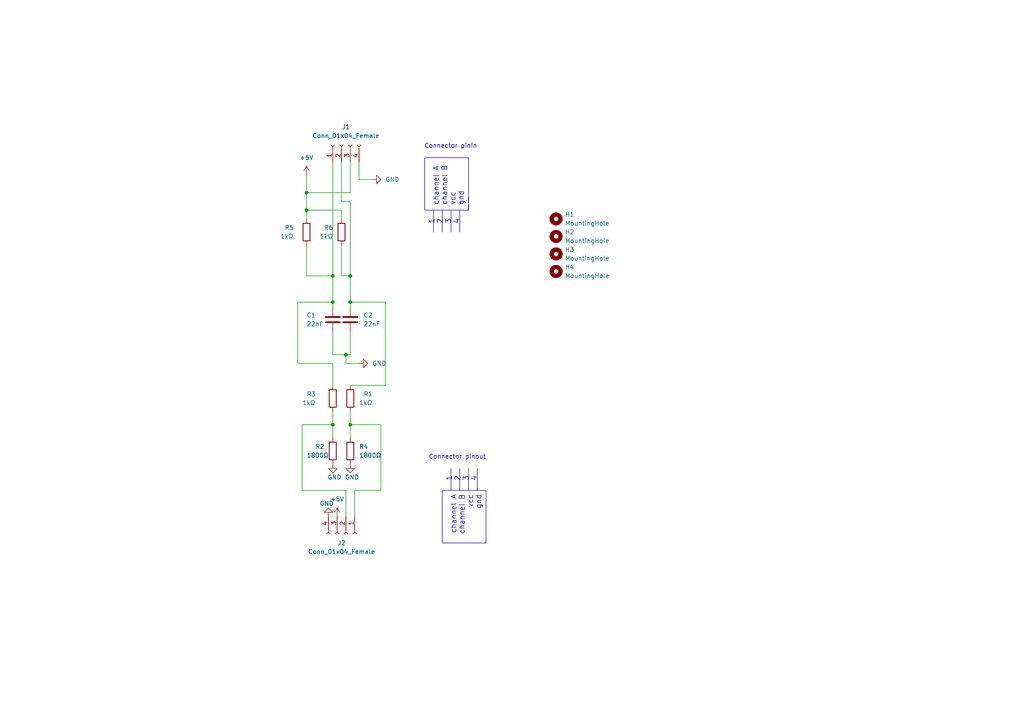
<source format=kicad_sch>
(kicad_sch (version 20211123) (generator eeschema)
  (paper "A4")
  (lib_symbols
    (symbol "Connector:Conn_01x04_Female" (pin_names (offset 1.016) hide)
      (property "Reference" "J" (at 0 5.08 0))
      (property "Value" "Conn_01x04_Female" (at 0 -7.62 0))
      (symbol "Conn_01x04_Female_1_1"
        (arc (start 0 -4.572) (mid -0.508 -5.08) (end 0 -5.588) (stroke (width 0.1524)))
        (arc (start 0 -2.032) (mid -0.508 -2.54) (end 0 -3.048) (stroke (width 0.1524)))
        (polyline (pts (xy -1.27 -5.08) (xy -0.508 -5.08)) (stroke (width 0.1524)))
        (polyline (pts (xy -1.27 -2.54) (xy -0.508 -2.54)) (stroke (width 0.1524)))
        (polyline (pts (xy -1.27 0) (xy -0.508 0)) (stroke (width 0.1524)))
        (polyline (pts (xy -1.27 2.54) (xy -0.508 2.54)) (stroke (width 0.1524)))
        (arc (start 0 0.508) (mid -0.508 0) (end 0 -0.508) (stroke (width 0.1524)))
        (arc (start 0 3.048) (mid -0.508 2.54) (end 0 2.032) (stroke (width 0.1524)))
        (pin passive line (at -5.08 2.54 0) (length 3.81) (name "Pin_1") (number "1"))
        (pin passive line (at -5.08 0 0) (length 3.81) (name "Pin_2") (number "2"))
        (pin passive line (at -5.08 -2.54 0) (length 3.81) (name "Pin_3") (number "3"))
        (pin passive line (at -5.08 -5.08 0) (length 3.81) (name "Pin_4") (number "4"))
      )
    )
    (symbol "Device:C" (pin_numbers hide) (pin_names (offset 0.254))
      (property "Reference" "C" (at 0.635 2.54 0))
      (property "Value" "C" (at 0.635 -2.54 0))
      (symbol "C_0_1"
        (polyline (pts (xy -2.032 -0.762) (xy 2.032 -0.762)) (stroke (width 0.508)))
        (polyline (pts (xy -2.032 0.762) (xy 2.032 0.762)) (stroke (width 0.508)))
      )
      (symbol "C_1_1"
        (pin passive line (at 0 3.81 270) (length 2.794) (name "~") (number "1"))
        (pin passive line (at 0 -3.81 90) (length 2.794) (name "~") (number "2"))
      )
    )
    (symbol "Device:R" (pin_numbers hide) (pin_names (offset 0))
      (property "Reference" "R" (at 2.032 0 90))
      (property "Value" "R" (at 0 0 90))
      (symbol "R_0_1"
        (rectangle (start -1.016 -2.54) (end 1.016 2.54) (stroke (width 0.254)))
      )
      (symbol "R_1_1"
        (pin passive line (at 0 3.81 270) (length 1.27) (name "~") (number "1"))
        (pin passive line (at 0 -3.81 90) (length 1.27) (name "~") (number "2"))
      )
    )
    (symbol "Mechanical:MountingHole" (pin_names (offset 1.016))
      (property "Reference" "H" (at 0 5.08 0))
      (property "Value" "MountingHole" (at 0 3.175 0))
      (symbol "MountingHole_0_1"
        (circle (center 0 0) (radius 1.27) (stroke (width 1.27)))
      )
    )
    (symbol "power:+5V" (power) (pin_names (offset 0))
      (property "Value" "+5V" (at 0 3.556 0))
      (symbol "+5V_0_1"
        (polyline (pts (xy -0.762 1.27) (xy 0 2.54)))
        (polyline (pts (xy 0 0) (xy 0 2.54)))
        (polyline (pts (xy 0 2.54) (xy 0.762 1.27)))
      )
      (symbol "+5V_1_1"
        (pin power_in line (at 0 0 90) (length 0) hide (name "+5V") (number "1"))
      )
    )
    (symbol "power:GND" (power) (pin_names (offset 0))
      (property "Value" "GND" (at 0 -3.81 0))
      (symbol "GND_0_1"
        (polyline (pts (xy 0 0) (xy 0 -1.27) (xy 1.27 -1.27) (xy 0 -2.54) (xy -1.27 -1.27) (xy 0 -1.27)))
      )
      (symbol "GND_1_1"
        (pin power_in line (at 0 0 270) (length 0) hide (name "GND") (number "1"))
      )
    )
  )
  (junction (at 96.52 80.01))
  (junction (at 100.33 102.87))
  (junction (at 101.6 80.01))
  (junction (at 88.9 60.96))
  (junction (at 101.6 123.19))
  (junction (at 88.9 55.88))
  (junction (at 96.52 87.63))
  (junction (at 96.52 123.19))
  (junction (at 101.6 87.63))
  (wire (pts (xy 96.52 123.19) (xy 87.63 123.19)))
  (polyline (pts (xy 135.89 45.72) (xy 123.19 45.72)) (stroke (width 0) (type solid)))
  (polyline (pts (xy 133.35 142.24) (xy 133.35 135.89)) (stroke (width 0) (type solid)))
  (wire (pts (xy 88.9 80.01) (xy 96.52 80.01)))
  (wire (pts (xy 100.33 102.87) (xy 100.33 105.41)))
  (wire (pts (xy 102.87 149.86) (xy 102.87 142.24)))
  (wire (pts (xy 101.6 119.38) (xy 101.6 123.19)))
  (wire (pts (xy 88.9 71.12) (xy 88.9 80.01)))
  (wire (pts (xy 96.52 87.63) (xy 96.52 88.9)))
  (wire (pts (xy 101.6 55.88) (xy 88.9 55.88)))
  (wire (pts (xy 101.6 102.87) (xy 101.6 96.52)))
  (polyline (pts (xy 135.89 57.15) (xy 135.89 60.96)))
  (wire (pts (xy 100.33 105.41) (xy 104.14 105.41)))
  (polyline (pts (xy 128.27 60.96) (xy 128.27 67.31)) (stroke (width 0) (type solid)))
  (polyline (pts (xy 125.73 60.96) (xy 125.73 67.31)) (stroke (width 0) (type solid)))
  (wire (pts (xy 102.87 142.24) (xy 110.49 142.24)))
  (wire (pts (xy 96.52 123.19) (xy 96.52 127)))
  (wire (pts (xy 88.9 50.8) (xy 88.9 55.88)))
  (polyline (pts (xy 130.81 60.96) (xy 130.81 67.31)) (stroke (width 0) (type solid)))
  (wire (pts (xy 99.06 58.42) (xy 101.6 58.42)))
  (polyline (pts (xy 135.89 142.24) (xy 135.89 135.89)) (stroke (width 0) (type solid)))
  (wire (pts (xy 101.6 46.99) (xy 101.6 55.88)))
  (polyline (pts (xy 123.19 45.72) (xy 123.19 60.96)) (stroke (width 0) (type solid)))
  (wire (pts (xy 86.36 105.41) (xy 86.36 87.63)))
  (wire (pts (xy 96.52 96.52) (xy 96.52 102.87)))
  (wire (pts (xy 87.63 142.24) (xy 100.33 142.24)))
  (wire (pts (xy 100.33 102.87) (xy 101.6 102.87)))
  (wire (pts (xy 101.6 80.01) (xy 101.6 87.63)))
  (wire (pts (xy 88.9 55.88) (xy 88.9 60.96)))
  (polyline (pts (xy 135.89 60.96) (xy 135.89 45.72)) (stroke (width 0) (type solid)))
  (wire (pts (xy 87.63 123.19) (xy 87.63 142.24)))
  (polyline (pts (xy 130.81 142.24) (xy 130.81 135.89)) (stroke (width 0) (type solid)))
  (wire (pts (xy 96.52 80.01) (xy 96.52 87.63)))
  (wire (pts (xy 99.06 71.12) (xy 99.06 80.01)))
  (wire (pts (xy 101.6 111.76) (xy 111.76 111.76)))
  (wire (pts (xy 99.06 80.01) (xy 101.6 80.01)))
  (polyline (pts (xy 128.27 146.05) (xy 128.27 142.24)) (stroke (width 0) (type solid)))
  (wire (pts (xy 104.14 52.07) (xy 104.14 46.99)))
  (polyline (pts (xy 140.97 142.24) (xy 128.27 142.24)) (stroke (width 0) (type solid)))
  (wire (pts (xy 100.33 142.24) (xy 100.33 149.86)))
  (polyline (pts (xy 133.35 60.96) (xy 133.35 67.31)) (stroke (width 0) (type solid)))
  (wire (pts (xy 101.6 58.42) (xy 101.6 80.01)))
  (wire (pts (xy 99.06 63.5) (xy 99.06 60.96)))
  (wire (pts (xy 101.6 123.19) (xy 101.6 127)))
  (polyline (pts (xy 140.97 157.48) (xy 140.97 142.24)) (stroke (width 0) (type solid)))
  (polyline (pts (xy 138.43 142.24) (xy 138.43 135.89)) (stroke (width 0) (type solid)))
  (wire (pts (xy 111.76 111.76) (xy 111.76 87.63)))
  (wire (pts (xy 99.06 60.96) (xy 88.9 60.96)))
  (wire (pts (xy 96.52 102.87) (xy 100.33 102.87)))
  (polyline (pts (xy 128.27 157.48) (xy 140.97 157.48)) (stroke (width 0) (type solid)))
  (wire (pts (xy 96.52 46.99) (xy 96.52 80.01)))
  (polyline (pts (xy 128.27 144.78) (xy 128.27 157.48)) (stroke (width 0) (type solid)))
  (wire (pts (xy 96.52 105.41) (xy 86.36 105.41)))
  (wire (pts (xy 96.52 111.76) (xy 96.52 105.41)))
  (polyline (pts (xy 123.19 60.96) (xy 135.89 60.96)) (stroke (width 0) (type solid)))
  (wire (pts (xy 99.06 46.99) (xy 99.06 58.42)))
  (wire (pts (xy 107.95 52.07) (xy 104.14 52.07)))
  (wire (pts (xy 96.52 119.38) (xy 96.52 123.19)))
  (wire (pts (xy 86.36 87.63) (xy 96.52 87.63)))
  (wire (pts (xy 101.6 123.19) (xy 110.49 123.19)))
  (wire (pts (xy 101.6 87.63) (xy 101.6 88.9)))
  (wire (pts (xy 111.76 87.63) (xy 101.6 87.63)))
  (wire (pts (xy 88.9 60.96) (xy 88.9 63.5)))
  (wire (pts (xy 110.49 123.19) (xy 110.49 142.24)))
  (text "channel A\nchannel B\nvcc\ngnd" (at 139.7 143.51 270) (effects (font (size 1.5 1.5)) (justify right bottom)))
  (text "1\n2\n3\n4" (at 133.35 63.5 270) (effects (font (size 1.5 1.5)) (justify right bottom)))
  (text "1\n2\n3\n4" (at 138.43 139.7 90) (effects (font (size 1.5 1.5)) (justify left bottom)))
  (text "channel A\nchannel B\nvcc\ngnd" (at 134.62 59.69 90) (effects (font (size 1.5 1.5)) (justify left bottom)))
  (text "Connector pinout" (at 140.97 133.35 180) (effects (font (size 1.27 1.27)) (justify right bottom)))
  (text "Connector pinin" (at 138.43 43.18 180) (effects (font (size 1.27 1.27)) (justify right bottom)))
  (symbol (lib_id "power:GND") (at 96.52 134.62 0) (unit 1)
    (property "Reference" "#PWR03" (effects hide))
    (property "Value" "GND" (at 99.06 138.43 0) (effects (justify right)))
  )
  (symbol (lib_id "power:GND") (at 95.25 149.86 180) (unit 1)
    (property "Reference" "#PWR02" (effects hide))
    (property "Value" "GND" (at 92.71 146.05 0) (effects (justify right)))
  )
  (symbol (lib_id "Device:C") (at 96.52 92.71 180) (unit 1)
    (property "Reference" "C1" (at 88.9 91.44 0) (effects (justify right)))
    (property "Value" "22nF" (at 88.9 93.98 0) (effects (justify right)))
    (property "Footprint" "Capacitor_THT:CP_Radial_D4.0mm_P2.00mm" (effects hide))
  )
  (symbol (lib_id "Mechanical:MountingHole") (at 161.29 63.5 0) (unit 1)
    (property "Reference" "H1" (at 163.83 62.2299 0) (effects (justify left)))
    (property "Value" "MountingHole" (at 163.83 64.7699 0) (effects (justify left)))
    (property "Footprint" "MountingHole:MountingHole_3.2mm_M3_DIN965" (effects hide))
  )
  (symbol (lib_id "Device:R") (at 99.06 67.31 180) (unit 1)
    (property "Reference" "R6" (at 93.98 66.04 0) (effects (justify right)))
    (property "Value" "1kΩ" (at 92.71 68.58 0) (effects (justify right)))
    (property "Footprint" "Resistor_THT:R_Axial_DIN0309_L9.0mm_D3.2mm_P12.70mm_Horizontal" (effects hide))
  )
  (symbol (lib_id "Device:R") (at 96.52 130.81 180) (unit 1)
    (property "Reference" "R2" (at 91.44 129.54 0) (effects (justify right)))
    (property "Value" "1800Ω" (at 88.9 132.08 0) (effects (justify right)))
    (property "Footprint" "Resistor_THT:R_Axial_DIN0309_L9.0mm_D3.2mm_P12.70mm_Horizontal" (effects hide))
  )
  (symbol (lib_id "power:+5V") (at 88.9 50.8 0) (unit 1)
    (property "Reference" "#PWR01" (effects hide))
    (property "Value" "+5V" (at 88.9 45.72 0))
  )
  (symbol (lib_id "Mechanical:MountingHole") (at 161.29 78.74 0) (unit 1)
    (property "Reference" "H4" (at 163.83 77.4699 0) (effects (justify left)))
    (property "Value" "MountingHole" (at 163.83 80.0099 0) (effects (justify left)))
    (property "Footprint" "MountingHole:MountingHole_3.2mm_M3_DIN965" (effects hide))
  )
  (symbol (lib_id "Connector:Conn_01x04_Female") (at 100.33 154.94 270) (unit 1)
    (property "Reference" "J2" (at 99.06 157.48 90))
    (property "Value" "Conn_01x04_Female" (at 99.06 160.02 90))
    (property "Footprint" "Connector_JST:JST_XH_B4B-XH-A_1x04_P2.50mm_Vertical" (effects hide))
  )
  (symbol (lib_id "Device:R") (at 96.52 115.57 180) (unit 1)
    (property "Reference" "R3" (at 88.9 114.3 0) (effects (justify right)))
    (property "Value" "1kΩ" (at 87.63 116.84 0) (effects (justify right)))
    (property "Footprint" "Resistor_THT:R_Axial_DIN0309_L9.0mm_D3.2mm_P12.70mm_Horizontal" (effects hide))
  )
  (symbol (lib_id "Connector:Conn_01x04_Female") (at 99.06 41.91 90) (unit 1)
    (property "Reference" "J1" (at 100.33 36.83 90))
    (property "Value" "Conn_01x04_Female" (at 100.33 39.37 90))
    (property "Footprint" "Connector_JST:JST_XH_B4B-XH-A_1x04_P2.50mm_Vertical" (effects hide))
  )
  (symbol (lib_id "Device:R") (at 88.9 67.31 180) (unit 1)
    (property "Reference" "R5" (at 82.55 66.04 0) (effects (justify right)))
    (property "Value" "1kΩ" (at 81.28 68.58 0) (effects (justify right)))
    (property "Footprint" "Resistor_THT:R_Axial_DIN0309_L9.0mm_D3.2mm_P12.70mm_Horizontal" (effects hide))
  )
  (symbol (lib_id "power:GND") (at 104.14 105.41 90) (unit 1)
    (property "Reference" "#PWR06" (effects hide))
    (property "Value" "GND" (at 107.95 105.4099 90) (effects (justify right)))
  )
  (symbol (lib_id "Mechanical:MountingHole") (at 161.29 73.66 0) (unit 1)
    (property "Reference" "H3" (at 163.83 72.3899 0) (effects (justify left)))
    (property "Value" "MountingHole" (at 163.83 74.9299 0) (effects (justify left)))
    (property "Footprint" "MountingHole:MountingHole_3.2mm_M3_DIN965" (effects hide))
  )
  (symbol (lib_id "Device:R") (at 101.6 130.81 180) (unit 1)
    (property "Reference" "R4" (at 104.14 129.5399 0) (effects (justify right)))
    (property "Value" "1800Ω" (at 104.14 132.0799 0) (effects (justify right)))
    (property "Footprint" "Resistor_THT:R_Axial_DIN0309_L9.0mm_D3.2mm_P12.70mm_Horizontal" (effects hide))
  )
  (symbol (lib_id "power:GND") (at 101.6 134.62 0) (unit 1)
    (property "Reference" "#PWR05" (effects hide))
    (property "Value" "GND" (at 104.14 138.43 0) (effects (justify right)))
  )
  (symbol (lib_id "Device:R") (at 101.6 115.57 180) (unit 1)
    (property "Reference" "R1" (at 105.41 114.3 0) (effects (justify right)))
    (property "Value" "1kΩ" (at 104.14 116.84 0) (effects (justify right)))
    (property "Footprint" "Resistor_THT:R_Axial_DIN0309_L9.0mm_D3.2mm_P12.70mm_Horizontal" (effects hide))
  )
  (symbol (lib_id "power:GND") (at 107.95 52.07 90) (unit 1)
    (property "Reference" "#PWR07" (effects hide))
    (property "Value" "GND" (at 111.76 52.0699 90) (effects (justify right)))
  )
  (symbol (lib_id "Device:C") (at 101.6 92.71 180) (unit 1)
    (property "Reference" "C2" (at 105.41 91.44 0) (effects (justify right)))
    (property "Value" "22nF" (at 105.41 93.98 0) (effects (justify right)))
    (property "Footprint" "Capacitor_THT:CP_Radial_D4.0mm_P2.00mm" (effects hide))
  )
  (symbol (lib_id "power:+5V") (at 97.79 149.86 0) (unit 1)
    (property "Reference" "#PWR04" (effects hide))
    (property "Value" "+5V" (at 97.79 144.78 0))
  )
  (symbol (lib_id "Mechanical:MountingHole") (at 161.29 68.58 0) (unit 1)
    (property "Reference" "H2" (at 163.83 67.3099 0) (effects (justify left)))
    (property "Value" "MountingHole" (at 163.83 69.8499 0) (effects (justify left)))
    (property "Footprint" "MountingHole:MountingHole_3.2mm_M3_DIN965" (effects hide))
  )
)
</source>
